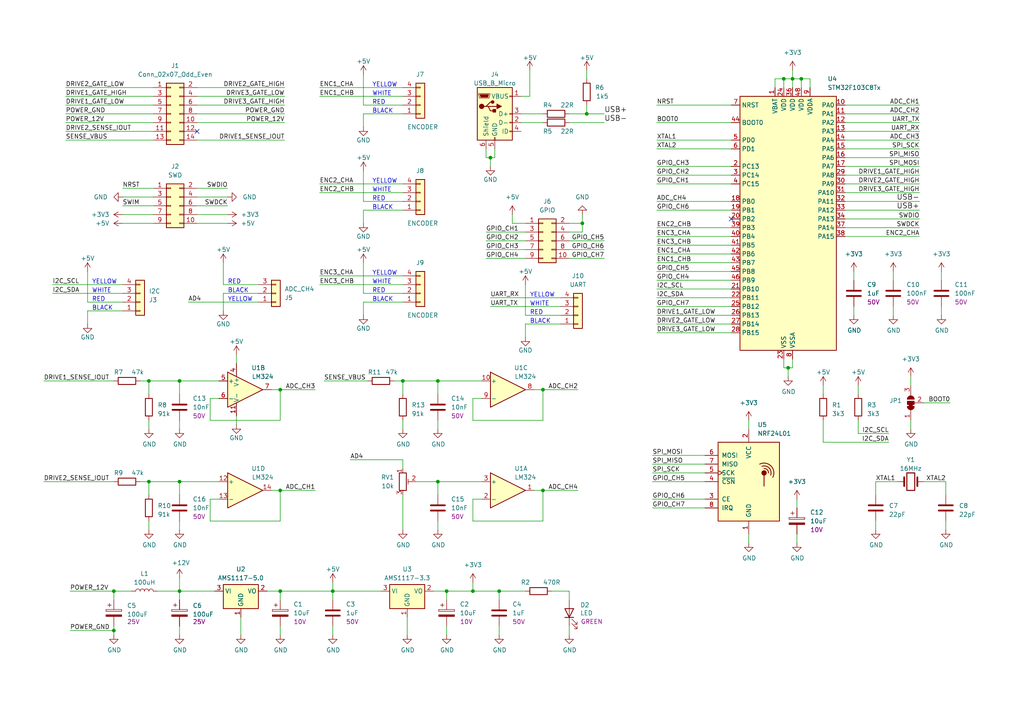
<source format=kicad_sch>
(kicad_sch (version 20230121) (generator eeschema)
  (paper "A4")
  (title_block (title "POWER BRAIN") (date "2023-11-17") (rev "REV1") (company "Instituto Tecnologico de Aeronautica (ITA)") (comment 1 "PROF. COLOMBO"))
  (junction (at 144.78 171.45))
  (junction (at 116.84 110.49))
  (junction (at 142.24 45.72))
  (junction (at 43.18 110.49))
  (junction (at 227.33 22.86))
  (junction (at 157.48 113.03))
  (junction (at 33.02 182.88))
  (junction (at 127 110.49))
  (junction (at 96.52 171.45))
  (junction (at 43.18 139.7))
  (junction (at 137.16 171.45))
  (junction (at 229.87 22.86))
  (junction (at 52.07 110.49))
  (junction (at 157.48 142.24))
  (junction (at 127 139.7))
  (junction (at 170.18 33.02))
  (junction (at 33.02 171.45))
  (junction (at 232.41 22.86))
  (junction (at 129.54 171.45))
  (junction (at 81.28 142.24))
  (junction (at 228.6 106.68))
  (junction (at 168.91 64.77))
  (junction (at 52.07 139.7))
  (junction (at 81.28 113.03))
  (junction (at 81.28 171.45))
  (junction (at 52.07 171.45))
  (no_connect (at 57.15 38.1))
  (no_connect (at 212.09 63.5))
  (wire (pts (xy 190.5 71.12) (xy 212.09 71.12)))
  (wire (pts (xy 57.15 33.02) (xy 82.55 33.02)))
  (wire (pts (xy 96.52 168.91) (xy 96.52 171.45)))
  (wire (pts (xy 168.91 67.31) (xy 168.91 64.77)))
  (wire (pts (xy 144.78 181.61) (xy 144.78 184.15)))
  (wire (pts (xy 92.71 82.55) (xy 116.84 82.55)))
  (wire (pts (xy 190.5 50.8) (xy 212.09 50.8)))
  (wire (pts (xy 101.6 133.35) (xy 116.84 133.35)))
  (wire (pts (xy 43.18 110.49) (xy 52.07 110.49)))
  (wire (pts (xy 77.47 171.45) (xy 81.28 171.45)))
  (wire (pts (xy 142.24 88.9) (xy 162.56 88.9)))
  (wire (pts (xy 33.02 182.88) (xy 33.02 184.15)))
  (wire (pts (xy 140.97 45.72) (xy 142.24 45.72)))
  (wire (pts (xy 190.5 35.56) (xy 212.09 35.56)))
  (wire (pts (xy 92.71 27.94) (xy 116.84 27.94)))
  (wire (pts (xy 140.97 72.39) (xy 152.4 72.39)))
  (wire (pts (xy 19.05 30.48) (xy 44.45 30.48)))
  (wire (pts (xy 116.84 30.48) (xy 105.41 30.48)))
  (wire (pts (xy 137.16 115.57) (xy 137.16 121.92)))
  (wire (pts (xy 190.5 48.26) (xy 212.09 48.26)))
  (wire (pts (xy 273.05 88.9) (xy 273.05 91.44)))
  (wire (pts (xy 245.11 38.1) (xy 266.7 38.1)))
  (wire (pts (xy 57.15 64.77) (xy 66.04 64.77)))
  (wire (pts (xy 190.5 93.98) (xy 212.09 93.98)))
  (wire (pts (xy 165.1 72.39) (xy 175.26 72.39)))
  (wire (pts (xy 157.48 142.24) (xy 167.64 142.24)))
  (wire (pts (xy 40.64 139.7) (xy 43.18 139.7)))
  (wire (pts (xy 229.87 22.86) (xy 229.87 20.32)))
  (wire (pts (xy 45.72 171.45) (xy 52.07 171.45)))
  (wire (pts (xy 81.28 151.13) (xy 81.28 142.24)))
  (wire (pts (xy 260.35 139.7) (xy 254 139.7)))
  (wire (pts (xy 190.5 53.34) (xy 212.09 53.34)))
  (wire (pts (xy 190.5 78.74) (xy 212.09 78.74)))
  (wire (pts (xy 35.56 54.61) (xy 44.45 54.61)))
  (wire (pts (xy 35.56 87.63) (xy 25.4 87.63)))
  (wire (pts (xy 19.05 27.94) (xy 44.45 27.94)))
  (wire (pts (xy 224.79 25.4) (xy 224.79 22.86)))
  (wire (pts (xy 190.5 96.52) (xy 212.09 96.52)))
  (wire (pts (xy 93.98 110.49) (xy 106.68 110.49)))
  (wire (pts (xy 245.11 63.5) (xy 266.7 63.5)))
  (wire (pts (xy 52.07 171.45) (xy 62.23 171.45)))
  (wire (pts (xy 116.84 58.42) (xy 105.41 58.42)))
  (wire (pts (xy 105.41 30.48) (xy 105.41 21.59)))
  (wire (pts (xy 190.5 83.82) (xy 212.09 83.82)))
  (wire (pts (xy 227.33 22.86) (xy 229.87 22.86)))
  (wire (pts (xy 74.93 82.55) (xy 64.77 82.55)))
  (wire (pts (xy 96.52 181.61) (xy 96.52 184.15)))
  (wire (pts (xy 142.24 48.26) (xy 142.24 45.72)))
  (wire (pts (xy 137.16 144.78) (xy 137.16 151.13)))
  (wire (pts (xy 60.96 144.78) (xy 60.96 151.13)))
  (wire (pts (xy 245.11 55.88) (xy 266.7 55.88)))
  (wire (pts (xy 105.41 87.63) (xy 105.41 91.44)))
  (wire (pts (xy 160.02 171.45) (xy 165.1 171.45)))
  (wire (pts (xy 165.1 33.02) (xy 170.18 33.02)))
  (wire (pts (xy 170.18 33.02) (xy 175.26 33.02)))
  (wire (pts (xy 238.76 128.27) (xy 238.76 121.92)))
  (wire (pts (xy 64.77 85.09) (xy 64.77 90.17)))
  (wire (pts (xy 228.6 106.68) (xy 228.6 109.22)))
  (wire (pts (xy 190.5 43.18) (xy 212.09 43.18)))
  (wire (pts (xy 96.52 171.45) (xy 110.49 171.45)))
  (wire (pts (xy 245.11 58.42) (xy 266.7 58.42)))
  (wire (pts (xy 157.48 113.03) (xy 167.64 113.03)))
  (wire (pts (xy 52.07 139.7) (xy 52.07 143.51)))
  (wire (pts (xy 264.16 109.22) (xy 264.16 111.76)))
  (wire (pts (xy 20.32 171.45) (xy 33.02 171.45)))
  (wire (pts (xy 217.17 121.92) (xy 217.17 124.46)))
  (wire (pts (xy 189.23 134.62) (xy 204.47 134.62)))
  (wire (pts (xy 44.45 40.64) (xy 19.05 40.64)))
  (wire (pts (xy 144.78 171.45) (xy 144.78 173.99)))
  (wire (pts (xy 143.51 45.72) (xy 143.51 43.18)))
  (wire (pts (xy 190.5 30.48) (xy 212.09 30.48)))
  (wire (pts (xy 157.48 151.13) (xy 157.48 142.24)))
  (wire (pts (xy 189.23 144.78) (xy 204.47 144.78)))
  (wire (pts (xy 33.02 171.45) (xy 33.02 173.99)))
  (wire (pts (xy 151.13 35.56) (xy 157.48 35.56)))
  (wire (pts (xy 245.11 60.96) (xy 266.7 60.96)))
  (wire (pts (xy 105.41 60.96) (xy 105.41 64.77)))
  (wire (pts (xy 57.15 62.23) (xy 66.04 62.23)))
  (wire (pts (xy 81.28 113.03) (xy 78.74 113.03)))
  (wire (pts (xy 152.4 93.98) (xy 162.56 93.98)))
  (wire (pts (xy 44.45 25.4) (xy 19.05 25.4)))
  (wire (pts (xy 105.41 33.02) (xy 105.41 36.83)))
  (wire (pts (xy 140.97 45.72) (xy 140.97 43.18)))
  (wire (pts (xy 127 151.13) (xy 127 153.67)))
  (wire (pts (xy 118.11 179.07) (xy 118.11 184.15)))
  (wire (pts (xy 137.16 168.91) (xy 137.16 171.45)))
  (wire (pts (xy 189.23 139.7) (xy 204.47 139.7)))
  (wire (pts (xy 96.52 171.45) (xy 96.52 173.99)))
  (wire (pts (xy 43.18 121.92) (xy 43.18 124.46)))
  (wire (pts (xy 52.07 151.13) (xy 52.07 153.67)))
  (wire (pts (xy 64.77 82.55) (xy 64.77 76.2)))
  (wire (pts (xy 254 151.13) (xy 254 153.67)))
  (wire (pts (xy 44.45 38.1) (xy 19.05 38.1)))
  (wire (pts (xy 81.28 181.61) (xy 81.28 184.15)))
  (wire (pts (xy 57.15 57.15) (xy 66.04 57.15)))
  (wire (pts (xy 234.95 25.4) (xy 234.95 22.86)))
  (wire (pts (xy 245.11 35.56) (xy 266.7 35.56)))
  (wire (pts (xy 264.16 121.92) (xy 264.16 124.46)))
  (wire (pts (xy 152.4 64.77) (xy 148.59 64.77)))
  (wire (pts (xy 40.64 110.49) (xy 43.18 110.49)))
  (wire (pts (xy 140.97 67.31) (xy 152.4 67.31)))
  (wire (pts (xy 127 139.7) (xy 127 143.51)))
  (wire (pts (xy 190.5 88.9) (xy 212.09 88.9)))
  (wire (pts (xy 105.41 33.02) (xy 116.84 33.02)))
  (wire (pts (xy 245.11 40.64) (xy 266.7 40.64)))
  (wire (pts (xy 170.18 20.32) (xy 170.18 22.86)))
  (wire (pts (xy 190.5 66.04) (xy 212.09 66.04)))
  (wire (pts (xy 43.18 151.13) (xy 43.18 153.67)))
  (wire (pts (xy 15.24 85.09) (xy 35.56 85.09)))
  (wire (pts (xy 116.84 110.49) (xy 127 110.49)))
  (wire (pts (xy 81.28 171.45) (xy 96.52 171.45)))
  (wire (pts (xy 140.97 69.85) (xy 152.4 69.85)))
  (wire (pts (xy 165.1 181.61) (xy 165.1 184.15)))
  (wire (pts (xy 231.14 144.78) (xy 231.14 147.32)))
  (wire (pts (xy 125.73 171.45) (xy 129.54 171.45)))
  (wire (pts (xy 152.4 93.98) (xy 152.4 97.79)))
  (wire (pts (xy 228.6 106.68) (xy 229.87 106.68)))
  (wire (pts (xy 57.15 59.69) (xy 66.04 59.69)))
  (wire (pts (xy 116.84 121.92) (xy 116.84 124.46)))
  (wire (pts (xy 116.84 143.51) (xy 116.84 153.67)))
  (wire (pts (xy 92.71 55.88) (xy 116.84 55.88)))
  (wire (pts (xy 44.45 33.02) (xy 19.05 33.02)))
  (wire (pts (xy 165.1 69.85) (xy 175.26 69.85)))
  (wire (pts (xy 142.24 86.36) (xy 162.56 86.36)))
  (wire (pts (xy 68.58 102.87) (xy 68.58 105.41)))
  (wire (pts (xy 81.28 142.24) (xy 78.74 142.24)))
  (wire (pts (xy 127 110.49) (xy 139.7 110.49)))
  (wire (pts (xy 189.23 147.32) (xy 204.47 147.32)))
  (wire (pts (xy 267.97 116.84) (xy 275.59 116.84)))
  (wire (pts (xy 82.55 30.48) (xy 57.15 30.48)))
  (wire (pts (xy 52.07 121.92) (xy 52.07 124.46)))
  (wire (pts (xy 60.96 121.92) (xy 81.28 121.92)))
  (wire (pts (xy 245.11 50.8) (xy 266.7 50.8)))
  (wire (pts (xy 25.4 87.63) (xy 25.4 78.74)))
  (wire (pts (xy 229.87 22.86) (xy 229.87 25.4)))
  (wire (pts (xy 232.41 22.86) (xy 232.41 25.4)))
  (wire (pts (xy 43.18 139.7) (xy 52.07 139.7)))
  (wire (pts (xy 157.48 121.92) (xy 157.48 113.03)))
  (wire (pts (xy 52.07 110.49) (xy 63.5 110.49)))
  (wire (pts (xy 190.5 73.66) (xy 212.09 73.66)))
  (wire (pts (xy 190.5 60.96) (xy 212.09 60.96)))
  (wire (pts (xy 274.32 151.13) (xy 274.32 153.67)))
  (wire (pts (xy 190.5 91.44) (xy 212.09 91.44)))
  (wire (pts (xy 162.56 91.44) (xy 152.4 91.44)))
  (wire (pts (xy 20.32 182.88) (xy 33.02 182.88)))
  (wire (pts (xy 25.4 90.17) (xy 25.4 93.98)))
  (wire (pts (xy 105.41 60.96) (xy 116.84 60.96)))
  (wire (pts (xy 259.08 88.9) (xy 259.08 91.44)))
  (wire (pts (xy 116.84 85.09) (xy 105.41 85.09)))
  (wire (pts (xy 248.92 125.73) (xy 248.92 121.92)))
  (wire (pts (xy 43.18 114.3) (xy 43.18 110.49)))
  (wire (pts (xy 189.23 137.16) (xy 204.47 137.16)))
  (wire (pts (xy 157.48 113.03) (xy 154.94 113.03)))
  (wire (pts (xy 170.18 30.48) (xy 170.18 33.02)))
  (wire (pts (xy 52.07 181.61) (xy 52.07 184.15)))
  (wire (pts (xy 224.79 22.86) (xy 227.33 22.86)))
  (wire (pts (xy 245.11 48.26) (xy 266.7 48.26)))
  (wire (pts (xy 231.14 154.94) (xy 231.14 157.48)))
  (wire (pts (xy 81.28 121.92) (xy 81.28 113.03)))
  (wire (pts (xy 189.23 132.08) (xy 204.47 132.08)))
  (wire (pts (xy 190.5 68.58) (xy 212.09 68.58)))
  (wire (pts (xy 12.7 139.7) (xy 33.02 139.7)))
  (wire (pts (xy 245.11 43.18) (xy 266.7 43.18)))
  (wire (pts (xy 57.15 40.64) (xy 82.55 40.64)))
  (wire (pts (xy 64.77 85.09) (xy 74.93 85.09)))
  (wire (pts (xy 92.71 25.4) (xy 116.84 25.4)))
  (wire (pts (xy 232.41 22.86) (xy 229.87 22.86)))
  (wire (pts (xy 227.33 104.14) (xy 227.33 106.68)))
  (wire (pts (xy 92.71 53.34) (xy 116.84 53.34)))
  (wire (pts (xy 105.41 58.42) (xy 105.41 49.53)))
  (wire (pts (xy 33.02 181.61) (xy 33.02 182.88)))
  (wire (pts (xy 165.1 64.77) (xy 168.91 64.77)))
  (wire (pts (xy 247.65 78.74) (xy 247.65 81.28)))
  (wire (pts (xy 234.95 22.86) (xy 232.41 22.86)))
  (wire (pts (xy 57.15 25.4) (xy 82.55 25.4)))
  (wire (pts (xy 245.11 68.58) (xy 266.7 68.58)))
  (wire (pts (xy 127 121.92) (xy 127 124.46)))
  (wire (pts (xy 116.84 133.35) (xy 116.84 135.89)))
  (wire (pts (xy 127 110.49) (xy 127 114.3)))
  (wire (pts (xy 63.5 144.78) (xy 60.96 144.78)))
  (wire (pts (xy 52.07 171.45) (xy 52.07 173.99)))
  (wire (pts (xy 137.16 121.92) (xy 157.48 121.92)))
  (wire (pts (xy 57.15 54.61) (xy 66.04 54.61)))
  (wire (pts (xy 227.33 22.86) (xy 227.33 25.4)))
  (wire (pts (xy 273.05 78.74) (xy 273.05 81.28)))
  (wire (pts (xy 92.71 80.01) (xy 116.84 80.01)))
  (wire (pts (xy 44.45 35.56) (xy 19.05 35.56)))
  (wire (pts (xy 247.65 88.9) (xy 247.65 91.44)))
  (wire (pts (xy 190.5 86.36) (xy 212.09 86.36)))
  (wire (pts (xy 139.7 115.57) (xy 137.16 115.57)))
  (wire (pts (xy 140.97 74.93) (xy 152.4 74.93)))
  (wire (pts (xy 190.5 76.2) (xy 212.09 76.2)))
  (wire (pts (xy 33.02 171.45) (xy 38.1 171.45)))
  (wire (pts (xy 168.91 64.77) (xy 168.91 62.23)))
  (wire (pts (xy 127 139.7) (xy 139.7 139.7)))
  (wire (pts (xy 227.33 106.68) (xy 228.6 106.68)))
  (wire (pts (xy 259.08 78.74) (xy 259.08 81.28)))
  (wire (pts (xy 153.67 20.32) (xy 153.67 27.94)))
  (wire (pts (xy 25.4 90.17) (xy 35.56 90.17)))
  (wire (pts (xy 105.41 87.63) (xy 116.84 87.63)))
  (wire (pts (xy 248.92 125.73) (xy 257.81 125.73)))
  (wire (pts (xy 254 139.7) (xy 254 143.51)))
  (wire (pts (xy 120.65 139.7) (xy 127 139.7)))
  (wire (pts (xy 175.26 35.56) (xy 165.1 35.56)))
  (wire (pts (xy 142.24 45.72) (xy 143.51 45.72)))
  (wire (pts (xy 238.76 111.76) (xy 238.76 114.3)))
  (wire (pts (xy 153.67 27.94) (xy 151.13 27.94)))
  (wire (pts (xy 190.5 40.64) (xy 212.09 40.64)))
  (wire (pts (xy 114.3 110.49) (xy 116.84 110.49)))
  (wire (pts (xy 63.5 115.57) (xy 60.96 115.57)))
  (wire (pts (xy 139.7 144.78) (xy 137.16 144.78)))
  (wire (pts (xy 137.16 171.45) (xy 144.78 171.45)))
  (wire (pts (xy 217.17 154.94) (xy 217.17 157.48)))
  (wire (pts (xy 35.56 57.15) (xy 44.45 57.15)))
  (wire (pts (xy 129.54 181.61) (xy 129.54 184.15)))
  (wire (pts (xy 35.56 64.77) (xy 44.45 64.77)))
  (wire (pts (xy 152.4 91.44) (xy 152.4 82.55)))
  (wire (pts (xy 245.11 66.04) (xy 266.7 66.04)))
  (wire (pts (xy 165.1 171.45) (xy 165.1 173.99)))
  (wire (pts (xy 81.28 113.03) (xy 91.44 113.03)))
  (wire (pts (xy 52.07 139.7) (xy 63.5 139.7)))
  (wire (pts (xy 57.15 35.56) (xy 82.55 35.56)))
  (wire (pts (xy 137.16 151.13) (xy 157.48 151.13)))
  (wire (pts (xy 52.07 167.64) (xy 52.07 171.45)))
  (wire (pts (xy 60.96 151.13) (xy 81.28 151.13)))
  (wire (pts (xy 229.87 106.68) (xy 229.87 104.14)))
  (wire (pts (xy 35.56 59.69) (xy 44.45 59.69)))
  (wire (pts (xy 12.7 110.49) (xy 33.02 110.49)))
  (wire (pts (xy 144.78 171.45) (xy 152.4 171.45)))
  (wire (pts (xy 116.84 114.3) (xy 116.84 110.49)))
  (wire (pts (xy 245.11 45.72) (xy 266.7 45.72)))
  (wire (pts (xy 82.55 27.94) (xy 57.15 27.94)))
  (wire (pts (xy 148.59 64.77) (xy 148.59 62.23)))
  (wire (pts (xy 165.1 67.31) (xy 168.91 67.31)))
  (wire (pts (xy 35.56 62.23) (xy 44.45 62.23)))
  (wire (pts (xy 238.76 128.27) (xy 257.81 128.27)))
  (wire (pts (xy 105.41 85.09) (xy 105.41 76.2)))
  (wire (pts (xy 190.5 58.42) (xy 212.09 58.42)))
  (wire (pts (xy 54.61 87.63) (xy 74.93 87.63)))
  (wire (pts (xy 245.11 30.48) (xy 266.7 30.48)))
  (wire (pts (xy 60.96 115.57) (xy 60.96 121.92)))
  (wire (pts (xy 274.32 139.7) (xy 274.32 143.51)))
  (wire (pts (xy 157.48 142.24) (xy 154.94 142.24)))
  (wire (pts (xy 43.18 143.51) (xy 43.18 139.7)))
  (wire (pts (xy 129.54 171.45) (xy 129.54 173.99)))
  (wire (pts (xy 52.07 110.49) (xy 52.07 114.3)))
  (wire (pts (xy 129.54 171.45) (xy 137.16 171.45)))
  (wire (pts (xy 248.92 111.76) (xy 248.92 114.3)))
  (wire (pts (xy 15.24 82.55) (xy 35.56 82.55)))
  (wire (pts (xy 81.28 171.45) (xy 81.28 173.99)))
  (wire (pts (xy 157.48 33.02) (xy 151.13 33.02)))
  (wire (pts (xy 68.58 120.65) (xy 68.58 123.19)))
  (wire (pts (xy 267.97 139.7) (xy 274.32 139.7)))
  (wire (pts (xy 245.11 33.02) (xy 266.7 33.02)))
  (wire (pts (xy 245.11 53.34) (xy 266.7 53.34)))
  (wire (pts (xy 81.28 142.24) (xy 91.44 142.24)))
  (wire (pts (xy 69.85 179.07) (xy 69.85 184.15)))
  (wire (pts (xy 190.5 81.28) (xy 212.09 81.28)))
  (wire (pts (xy 165.1 74.93) (xy 175.26 74.93)))
  (text "WHITE" (at 153.67 88.9 0) (effects (font (size 1.27 1.27)) (justify left bottom)))
  (text "YELLOW" (at 107.95 53.34 0) (effects (font (size 1.27 1.27)) (justify left bottom)))
  (text "RED" (at 107.95 58.42 0) (effects (font (size 1.27 1.27)) (justify left bottom)))
  (text "RED" (at 107.95 85.09 0) (effects (font (size 1.27 1.27)) (justify left bottom)))
  (text "YELLOW" (at 153.67 86.36 0) (effects (font (size 1.27 1.27)) (justify left bottom)))
  (text "YELLOW" (at 107.95 25.4 0) (effects (font (size 1.27 1.27)) (justify left bottom)))
  (text "YELLOW" (at 107.95 80.01 0) (effects (font (size 1.27 1.27)) (justify left bottom)))
  (text "RED" (at 26.67 87.63 0) (effects (font (size 1.27 1.27)) (justify left bottom)))
  (text "BLACK" (at 66.04 85.09 0) (effects (font (size 1.27 1.27)) (justify left bottom)))
  (text "WHITE" (at 107.95 82.55 0) (effects (font (size 1.27 1.27)) (justify left bottom)))
  (text "BLACK" (at 107.95 87.63 0) (effects (font (size 1.27 1.27)) (justify left bottom)))
  (text "YELLOW" (at 26.67 82.55 0) (effects (font (size 1.27 1.27)) (justify left bottom)))
  (text "RED" (at 66.04 82.55 0) (effects (font (size 1.27 1.27)) (justify left bottom)))
  (text "BLACK" (at 107.95 60.96 0) (effects (font (size 1.27 1.27)) (justify left bottom)))
  (text "WHITE" (at 107.95 55.88 0) (effects (font (size 1.27 1.27)) (justify left bottom)))
  (text "RED" (at 153.67 91.44 0) (effects (font (size 1.27 1.27)) (justify left bottom)))
  (text "RED" (at 107.95 30.48 0) (effects (font (size 1.27 1.27)) (justify left bottom)))
  (text "WHITE" (at 107.95 27.94 0) (effects (font (size 1.27 1.27)) (justify left bottom)))
  (text "YELLOW" (at 66.04 87.63 0) (effects (font (size 1.27 1.27)) (justify left bottom)))
  (text "WHITE" (at 26.67 85.09 0) (effects (font (size 1.27 1.27)) (justify left bottom)))
  (text "BLACK" (at 153.67 93.98 0) (effects (font (size 1.27 1.27)) (justify left bottom)))
  (text "BLACK" (at 107.95 33.02 0) (effects (font (size 1.27 1.27)) (justify left bottom)))
  (text "BLACK" (at 26.67 90.17 0) (effects (font (size 1.27 1.27)) (justify left bottom)))
  (label "DRIVE3_GATE_HIGH" (at 266.7 55.88 180))
  (label "GPIO_CH5" (at 189.23 139.7 0))
  (label "ADC_CH4" (at 167.64 142.24 180))
  (label "GPIO_CH3" (at 140.97 72.39 0))
  (label "POWER_12V" (at 19.05 35.56 0))
  (label "GPIO_CH7" (at 189.23 147.32 0))
  (label "ENC3_CHA" (at 92.71 80.01 0))
  (label "GPIO_CH5" (at 190.5 78.74 0))
  (label "XTAL1" (at 254 139.7 0))
  (label "GPIO_CH7" (at 190.5 88.9 0))
  (label "I2C_SDA" (at 257.81 128.27 180))
  (label "ADC_CH3" (at 266.7 40.64 180))
  (label "SWDCK" (at 66.04 59.69 180))
  (label "ADC_CH2" (at 167.64 113.03 180))
  (label "SWDCK" (at 266.7 66.04 180))
  (label "ADC_CH3" (at 91.44 113.03 180))
  (label "DRIVE1_GATE_HIGH" (at 266.7 50.8 180))
  (label "ADC_CH4" (at 190.5 58.42 0))
  (label "ENC1_CHB" (at 190.5 76.2 0))
  (label "POWER_GND" (at 19.05 33.02 0))
  (label "GPIO_CH1" (at 140.97 67.31 0))
  (label "SENSE_VBUS" (at 19.05 40.64 0))
  (label "POWER_GND" (at 82.55 33.02 180))
  (label "XTAL2" (at 190.5 43.18 0))
  (label "SPI_SCK" (at 266.7 43.18 180))
  (label "DRIVE2_GATE_HIGH" (at 266.7 53.34 180))
  (label "XTAL1" (at 190.5 40.64 0))
  (label "SPI_MISO" (at 189.23 134.62 0))
  (label "ENC1_CHA" (at 92.71 25.4 0))
  (label "I2C_SDA" (at 15.24 85.09 0))
  (label "DRIVE3_GATE_HIGH" (at 82.55 30.48 180))
  (label "SPI_MOSI" (at 266.7 48.26 180))
  (label "SWDIO" (at 66.04 54.61 180))
  (label "UART_TX" (at 142.24 88.9 0))
  (label "NRST" (at 190.5 30.48 0))
  (label "I2C_SDA" (at 190.5 86.36 0))
  (label "USB+" (at 266.7 60.96 180) (effects (font (size 1.524 1.524))))
  (label "XTAL2" (at 274.32 139.7 180))
  (label "GPIO_CH6" (at 189.23 144.78 0))
  (label "GPIO_CH5" (at 175.26 69.85 180))
  (label "USB+" (at 175.26 33.02 0) (effects (font (size 1.524 1.524))))
  (label "ENC2_CHB" (at 92.71 55.88 0))
  (label "I2C_SCL" (at 257.81 125.73 180))
  (label "DRIVE2_GATE_LOW" (at 190.5 93.98 0))
  (label "GPIO_CH2" (at 190.5 50.8 0))
  (label "ENC3_CHA" (at 190.5 68.58 0))
  (label "DRIVE1_SENSE_IOUT" (at 12.7 110.49 0))
  (label "DRIVE3_GATE_LOW" (at 190.5 96.52 0))
  (label "GPIO_CH3" (at 190.5 48.26 0))
  (label "ADC_CH1" (at 266.7 30.48 180))
  (label "GPIO_CH1" (at 190.5 53.34 0))
  (label "GPIO_CH4" (at 140.97 74.93 0))
  (label "GPIO_CH2" (at 140.97 69.85 0))
  (label "POWER_12V" (at 82.55 35.56 180))
  (label "GPIO_CH4" (at 190.5 81.28 0))
  (label "ENC1_CHA" (at 190.5 73.66 0))
  (label "ENC1_CHB" (at 92.71 27.94 0))
  (label "I2C_SCL" (at 15.24 82.55 0))
  (label "SPI_MOSI" (at 189.23 132.08 0))
  (label "ADC_CH1" (at 91.44 142.24 180))
  (label "ENC2_CHA" (at 92.71 53.34 0))
  (label "DRIVE2_SENSE_IOUT" (at 12.7 139.7 0))
  (label "POWER_GND" (at 20.32 182.88 0))
  (label "UART_RX" (at 142.24 86.36 0))
  (label "BOOT0" (at 275.59 116.84 180))
  (label "ENC2_CHA" (at 266.7 68.58 180))
  (label "DRIVE1_SENSE_IOUT" (at 82.55 40.64 180))
  (label "I2C_SCL" (at 190.5 83.82 0))
  (label "SPI_SCK" (at 189.23 137.16 0))
  (label "BOOT0" (at 190.5 35.56 0))
  (label "AD4" (at 101.6 133.35 0))
  (label "ENC3_CHB" (at 190.5 71.12 0))
  (label "DRIVE2_GATE_HIGH" (at 82.55 25.4 180))
  (label "NRST" (at 35.56 54.61 0))
  (label "UART_RX" (at 266.7 38.1 180))
  (label "DRIVE1_GATE_HIGH" (at 19.05 27.94 0))
  (label "DRIVE2_SENSE_IOUT" (at 19.05 38.1 0))
  (label "DRIVE1_GATE_LOW" (at 190.5 91.44 0))
  (label "DRIVE2_GATE_LOW" (at 19.05 25.4 0))
  (label "ENC2_CHB" (at 190.5 66.04 0))
  (label "ENC3_CHB" (at 92.71 82.55 0))
  (label "SWDIO" (at 266.7 63.5 180))
  (label "DRIVE1_GATE_LOW" (at 19.05 30.48 0))
  (label "SWIM" (at 35.56 59.69 0))
  (label "USB-" (at 266.7 58.42 180) (effects (font (size 1.524 1.524))))
  (label "SENSE_VBUS" (at 93.98 110.49 0))
  (label "POWER_12V" (at 20.32 171.45 0))
  (label "SPI_MISO" (at 266.7 45.72 180))
  (label "USB-" (at 175.26 35.56 0) (effects (font (size 1.524 1.524))))
  (label "GPIO_CH7" (at 175.26 74.93 180))
  (label "GPIO_CH6" (at 190.5 60.96 0))
  (label "UART_TX" (at 266.7 35.56 180))
  (label "DRIVE3_GATE_LOW" (at 82.55 27.94 180))
  (label "GPIO_CH6" (at 175.26 72.39 180))
  (label "AD4" (at 54.61 87.63 0))
  (label "ADC_CH2" (at 266.7 33.02 180))
  (symbol (lib_id "power:GND") (at 43.18 124.46 0) (unit 1)
    (property "Reference" "#PWR054" (effects hide))
    (property "Value" "GND" (at 43.307 128.8542 0))
  )
  (symbol (lib_id "Connector_Generic:Conn_01x04") (at 121.92 85.09 0) (mirror x) (unit 1)
    (property "Reference" "J9" (at 120.65 76.2 0) (effects (justify left)))
    (property "Value" "ENCODER" (at 118.11 91.44 0) (effects (justify left)))
    (property "Footprint" "Connector_JST:JST_XH_B4B-XH-A_1x04_P2.50mm_Vertical" (effects hide))
  )
  (symbol (lib_id "Connector_Generic:Conn_01x04") (at 121.92 30.48 0) (mirror x) (unit 1)
    (property "Reference" "J7" (at 120.65 21.59 0) (effects (justify left)))
    (property "Value" "ENCODER" (at 118.11 36.83 0) (effects (justify left)))
    (property "Footprint" "Connector_JST:JST_XH_B4B-XH-A_1x04_P2.50mm_Vertical" (effects hide))
  )
  (symbol (lib_id "RF:NRF24L01_Breakout") (at 217.17 139.7 0) (unit 1)
    (property "Reference" "U5" (at 219.71 123.19 0) (effects (justify left)))
    (property "Value" "NRF24L01" (at 219.71 125.73 0) (effects (justify left)))
    (property "Footprint" "RF_Module:nRF24L01_Breakout" (effects hide))
    (property "Datasheet" "http://www.nordicsemi.com/eng/content/download/2730/34105/file/nRF24L01_Product_Specification_v2_0.pdf" (effects hide))
  )
  (symbol (lib_id "nrfUsb-rescue:R") (at 110.49 110.49 270) (unit 1)
    (property "Reference" "R11" (at 106.68 107.95 90) (effects (justify left)))
    (property "Value" "47k" (at 111.76 107.95 90) (effects (justify left)))
    (property "Footprint" "Resistor_SMD:R_0805_2012Metric" (effects hide))
  )
  (symbol (lib_id "power:GND") (at 168.91 62.23 180) (unit 1)
    (property "Reference" "#PWR043" (effects hide))
    (property "Value" "GND" (at 168.91 57.15 0))
  )
  (symbol (lib_id "nrfUsb-rescue:R") (at 36.83 110.49 270) (unit 1)
    (property "Reference" "R7" (at 33.02 107.95 90) (effects (justify left)))
    (property "Value" "47k" (at 38.1 107.95 90) (effects (justify left)))
    (property "Footprint" "Resistor_SMD:R_0805_2012Metric" (effects hide))
  )
  (symbol (lib_id "power:GND") (at 35.56 57.15 270) (unit 1)
    (property "Reference" "#PWR019" (effects hide))
    (property "Value" "GND" (at 29.21 57.15 90))
  )
  (symbol (lib_id "power:GND") (at 96.52 184.15 0) (unit 1)
    (property "Reference" "#PWR09" (effects hide))
    (property "Value" "GND" (at 96.647 188.5442 0))
  )
  (symbol (lib_id "Device:C") (at 273.05 85.09 0) (unit 1)
    (property "Reference" "C11" (at 276.86 82.55 0) (effects (justify left)))
    (property "Value" "100nF" (at 276.86 85.09 0) (effects (justify left)))
    (property "Footprint" "Capacitor_SMD:C_1206_3216Metric" (effects hide))
    (property "Voltage" "50V" (at 276.86 87.63 0) (effects (justify left)))
  )
  (symbol (lib_id "power:+12V") (at 52.07 167.64 0) (unit 1)
    (property "Reference" "#PWR015" (effects hide))
    (property "Value" "+12V" (at 52.451 163.2458 0))
  )
  (symbol (lib_id "Device:R_Potentiometer_Trim") (at 116.84 139.7 0) (unit 1)
    (property "Reference" "RV1" (at 114.3 138.43 0) (effects (justify right)))
    (property "Value" "10k" (at 114.3 140.97 0) (effects (justify right)))
    (property "Footprint" "Potentiometer_THT:Potentiometer_Bourns_3296W_Vertical" (effects hide))
  )
  (symbol (lib_id "Amplifier_Operational:LM324") (at 147.32 142.24 0) (unit 1)
    (property "Reference" "U1" (at 151.13 135.89 0))
    (property "Value" "LM324" (at 152.4 138.43 0))
    (property "Footprint" "Package_SO:TSSOP-14_4.4x5mm_P0.65mm" (effects hide))
    (property "Datasheet" "http://www.ti.com/lit/ds/symlink/lm2902-n.pdf" (effects hide))
  )
  (symbol (lib_id "power:GND") (at 129.54 184.15 0) (unit 1)
    (property "Reference" "#PWR06" (effects hide))
    (property "Value" "GND" (at 129.667 188.5442 0))
  )
  (symbol (lib_id "Device:R") (at 238.76 118.11 0) (unit 1)
    (property "Reference" "R1" (at 241.3 117.475 0) (effects (justify left)))
    (property "Value" "3k3" (at 241.3 120.015 0) (effects (justify left)))
    (property "Footprint" "Resistor_SMD:R_0805_2012Metric" (effects hide))
  )
  (symbol (lib_id "power:+3V3") (at 247.65 78.74 0) (unit 1)
    (property "Reference" "#PWR031" (effects hide))
    (property "Value" "+3V3" (at 247.65 73.66 0))
  )
  (symbol (lib_id "power:+5V") (at 105.41 76.2 0) (mirror y) (unit 1)
    (property "Reference" "#PWR052" (effects hide))
    (property "Value" "+5V" (at 105.41 72.39 0))
  )
  (symbol (lib_id "nrfUsb-rescue:GND") (at 25.4 93.98 0) (unit 1)
    (property "Reference" "#PWR039" (effects hide))
    (property "Value" "GND" (at 25.4 97.79 0))
  )
  (symbol (lib_id "power:+5V") (at 35.56 64.77 90) (unit 1)
    (property "Reference" "#PWR021" (effects hide))
    (property "Value" "+5V" (at 31.75 64.77 90) (effects (justify left)))
  )
  (symbol (lib_id "nrfUsb-rescue:GND") (at 68.58 123.19 0) (mirror y) (unit 1)
    (property "Reference" "#PWR059" (effects hide))
    (property "Value" "GND" (at 68.58 127 0))
  )
  (symbol (lib_id "Device:R") (at 116.84 118.11 0) (unit 1)
    (property "Reference" "R13" (at 119.38 117.475 0) (effects (justify left)))
    (property "Value" "91k" (at 119.38 120.015 0) (effects (justify left)))
    (property "Footprint" "Resistor_SMD:R_0805_2012Metric" (effects hide))
  )
  (symbol (lib_id "Device:C_Polarized") (at 81.28 177.8 0) (unit 1)
    (property "Reference" "C1" (at 85.09 175.26 0) (effects (justify left)))
    (property "Value" "10uF" (at 85.09 177.8 0) (effects (justify left)))
    (property "Footprint" "Capacitor_Tantalum_SMD:CP_EIA-3216-18_Kemet-A" (effects hide))
    (property "Voltage" "10V" (at 86.995 180.34 0))
  )
  (symbol (lib_id "power:GND") (at 247.65 91.44 0) (unit 1)
    (property "Reference" "#PWR032" (effects hide))
    (property "Value" "GND" (at 247.777 95.8342 0))
  )
  (symbol (lib_id "Device:C") (at 52.07 147.32 0) (unit 1)
    (property "Reference" "C16" (at 55.88 144.78 0) (effects (justify left)))
    (property "Value" "10nF" (at 55.88 147.32 0) (effects (justify left)))
    (property "Footprint" "Capacitor_SMD:C_1206_3216Metric_Pad1.33x1.80mm_HandSolder" (effects hide))
    (property "Voltage" "50V" (at 55.88 149.86 0) (effects (justify left)))
  )
  (symbol (lib_id "power:+5V") (at 96.52 168.91 0) (unit 1)
    (property "Reference" "#PWR07" (effects hide))
    (property "Value" "+5V" (at 96.52 165.1 0))
  )
  (symbol (lib_id "power:GND") (at 127 124.46 0) (unit 1)
    (property "Reference" "#PWR061" (effects hide))
    (property "Value" "GND" (at 127.127 128.8542 0))
  )
  (symbol (lib_id "power:GND") (at 264.16 124.46 0) (unit 1)
    (property "Reference" "#PWR025" (effects hide))
    (property "Value" "GND" (at 264.287 128.8542 0))
  )
  (symbol (lib_id "power:GND") (at 43.18 153.67 0) (unit 1)
    (property "Reference" "#PWR055" (effects hide))
    (property "Value" "GND" (at 43.307 158.0642 0))
  )
  (symbol (lib_id "power:+5V") (at 64.77 76.2 0) (mirror y) (unit 1)
    (property "Reference" "#PWR041" (effects hide))
    (property "Value" "+5V" (at 64.77 72.39 0))
  )
  (symbol (lib_id "Connector:USB_B_Micro") (at 143.51 33.02 0) (unit 1)
    (property "Reference" "J4" (at 143.51 21.59 0))
    (property "Value" "USB_B_Micro" (at 143.51 24.13 0))
    (property "Footprint" "Connector_USB:USB_Micro-B_Amphenol_10118194_Horizontal" (effects hide))
  )
  (symbol (lib_id "power:GND") (at 231.14 157.48 0) (unit 1)
    (property "Reference" "#PWR046" (effects hide))
    (property "Value" "GND" (at 231.267 161.8742 0))
  )
  (symbol (lib_id "Regulator_Linear:AMS1117-3.3") (at 118.11 171.45 0) (unit 1)
    (property "Reference" "U3" (at 118.11 165.1 0))
    (property "Value" "AMS1117-3.3" (at 118.11 167.64 0))
    (property "Footprint" "Package_TO_SOT_SMD:SOT-223-3_TabPin2" (effects hide))
    (property "Datasheet" "http://www.advanced-monolithic.com/pdf/ds1117.pdf" (effects hide))
  )
  (symbol (lib_id "nrfUsb-rescue:GND") (at 105.41 36.83 0) (unit 1)
    (property "Reference" "#PWR049" (effects hide))
    (property "Value" "GND" (at 105.41 40.64 0))
  )
  (symbol (lib_id "power:+5V") (at 68.58 102.87 0) (mirror y) (unit 1)
    (property "Reference" "#PWR058" (effects hide))
    (property "Value" "+5V" (at 68.58 99.06 0))
  )
  (symbol (lib_id "Device:C") (at 127 118.11 0) (unit 1)
    (property "Reference" "C14" (at 130.81 115.57 0) (effects (justify left)))
    (property "Value" "10nF" (at 130.81 118.11 0) (effects (justify left)))
    (property "Footprint" "Capacitor_SMD:C_1206_3216Metric_Pad1.33x1.80mm_HandSolder" (effects hide))
    (property "Voltage" "50V" (at 130.81 120.65 0) (effects (justify left)))
  )
  (symbol (lib_id "power:GND") (at 259.08 91.44 0) (unit 1)
    (property "Reference" "#PWR034" (effects hide))
    (property "Value" "GND" (at 259.207 95.8342 0))
  )
  (symbol (lib_id "power:+3V3") (at 66.04 62.23 270) (unit 1)
    (property "Reference" "#PWR022" (effects hide))
    (property "Value" "+3V3" (at 69.85 62.23 90) (effects (justify left)))
  )
  (symbol (lib_id "nrfUsb-rescue:GND") (at 142.24 48.26 0) (unit 1)
    (property "Reference" "#PWR024" (effects hide))
    (property "Value" "GND" (at 142.24 52.07 0))
  )
  (symbol (lib_id "power:+5V") (at 248.92 111.76 0) (mirror y) (unit 1)
    (property "Reference" "#PWR030" (effects hide))
    (property "Value" "+5V" (at 248.92 107.95 0))
  )
  (symbol (lib_id "power:+3V3") (at 229.87 20.32 0) (unit 1)
    (property "Reference" "#PWR016" (effects hide))
    (property "Value" "+3V3" (at 229.87 15.24 0))
  )
  (symbol (lib_id "power:+5V") (at 238.76 111.76 0) (mirror y) (unit 1)
    (property "Reference" "#PWR028" (effects hide))
    (property "Value" "+5V" (at 238.76 107.95 0))
  )
  (symbol (lib_id "power:GND") (at 217.17 157.48 0) (unit 1)
    (property "Reference" "#PWR045" (effects hide))
    (property "Value" "GND" (at 217.297 161.8742 0))
  )
  (symbol (lib_id "Regulator_Linear:AMS1117-5.0") (at 69.85 171.45 0) (unit 1)
    (property "Reference" "U2" (at 69.85 165.1 0))
    (property "Value" "AMS1117-5.0" (at 69.85 167.64 0))
    (property "Footprint" "Package_TO_SOT_SMD:SOT-223-3_TabPin2" (effects hide))
    (property "Datasheet" "http://www.advanced-monolithic.com/pdf/ds1117.pdf" (effects hide))
  )
  (symbol (lib_id "power:+3V3") (at 259.08 78.74 0) (unit 1)
    (property "Reference" "#PWR02" (effects hide))
    (property "Value" "+3V3" (at 259.08 73.66 0))
  )
  (symbol (lib_id "Device:R") (at 43.18 118.11 0) (unit 1)
    (property "Reference" "R8" (at 45.72 117.475 0) (effects (justify left)))
    (property "Value" "91k" (at 45.72 120.015 0) (effects (justify left)))
    (property "Footprint" "Resistor_SMD:R_0805_2012Metric" (effects hide))
  )
  (symbol (lib_id "Connector_Generic:Conn_02x07_Odd_Even") (at 49.53 33.02 0) (unit 1)
    (property "Reference" "J1" (at 50.8 19.05 0))
    (property "Value" "Conn_02x07_Odd_Even" (at 50.8 21.59 0))
    (property "Footprint" "Connector_IDC:IDC-Header_2x07_P2.54mm_Vertical" (effects hide))
  )
  (symbol (lib_id "nrfUsb-rescue:GND") (at 105.41 64.77 0) (unit 1)
    (property "Reference" "#PWR051" (effects hide))
    (property "Value" "GND" (at 105.41 68.58 0))
  )
  (symbol (lib_id "nrfUsb-rescue:R") (at 36.83 139.7 270) (unit 1)
    (property "Reference" "R9" (at 33.02 137.16 90) (effects (justify left)))
    (property "Value" "47k" (at 38.1 137.16 90) (effects (justify left)))
    (property "Footprint" "Resistor_SMD:R_0805_2012Metric" (effects hide))
  )
  (symbol (lib_id "power:GND") (at 116.84 124.46 0) (unit 1)
    (property "Reference" "#PWR056" (effects hide))
    (property "Value" "GND" (at 116.967 128.8542 0))
  )
  (symbol (lib_id "Device:C") (at 274.32 147.32 0) (unit 1)
    (property "Reference" "C8" (at 278.13 146.685 0) (effects (justify left)))
    (property "Value" "22pF" (at 278.13 149.225 0) (effects (justify left)))
    (property "Footprint" "Capacitor_SMD:C_1206_3216Metric" (effects hide))
  )
  (symbol (lib_id "Device:C") (at 259.08 85.09 0) (unit 1)
    (property "Reference" "C10" (at 262.89 82.55 0) (effects (justify left)))
    (property "Value" "100nF" (at 262.89 85.09 0) (effects (justify left)))
    (property "Footprint" "Capacitor_SMD:C_1206_3216Metric" (effects hide))
    (property "Voltage" "50V" (at 262.89 87.63 0) (effects (justify left)))
  )
  (symbol (lib_id "power:+3V3") (at 231.14 144.78 0) (unit 1)
    (property "Reference" "#PWR047" (effects hide))
    (property "Value" "+3V3" (at 231.14 139.7 0))
  )
  (symbol (lib_id "Device:R") (at 156.21 171.45 270) (unit 1)
    (property "Reference" "R2" (at 152.4 168.91 90))
    (property "Value" "470R" (at 160.02 168.91 90))
    (property "Footprint" "Resistor_SMD:R_0805_2012Metric" (effects hide))
  )
  (symbol (lib_id "power:+3V3") (at 137.16 168.91 0) (unit 1)
    (property "Reference" "#PWR08" (effects hide))
    (property "Value" "+3V3" (at 137.16 163.83 0))
  )
  (symbol (lib_id "nrfUsb-rescue:R") (at 161.29 33.02 270) (unit 1)
    (property "Reference" "R4" (at 157.48 30.48 90) (effects (justify left)))
    (property "Value" "22R" (at 162.56 30.48 90) (effects (justify left)))
    (property "Footprint" "Resistor_SMD:R_0805_2012Metric" (effects hide))
  )
  (symbol (lib_id "power:GND") (at 254 153.67 0) (unit 1)
    (property "Reference" "#PWR027" (effects hide))
    (property "Value" "GND" (at 254.127 158.0642 0))
  )
  (symbol (lib_id "power:+3V3") (at 217.17 121.92 0) (unit 1)
    (property "Reference" "#PWR044" (effects hide))
    (property "Value" "+3V3" (at 217.17 116.84 0))
  )
  (symbol (lib_id "nrfUsb-rescue:R") (at 161.29 35.56 270) (mirror x) (unit 1)
    (property "Reference" "R5" (at 157.48 38.1 90) (effects (justify left)))
    (property "Value" "22R" (at 162.56 38.1 90) (effects (justify left)))
    (property "Footprint" "Resistor_SMD:R_0805_2012Metric" (effects hide))
  )
  (symbol (lib_id "power:GND") (at 273.05 91.44 0) (unit 1)
    (property "Reference" "#PWR036" (effects hide))
    (property "Value" "GND" (at 273.177 95.8342 0))
  )
  (symbol (lib_id "power:GND") (at 69.85 184.15 0) (unit 1)
    (property "Reference" "#PWR03" (effects hide))
    (property "Value" "GND" (at 69.977 188.5442 0))
  )
  (symbol (lib_id "power:GND") (at 33.02 184.15 0) (unit 1)
    (property "Reference" "#PWR014" (effects hide))
    (property "Value" "GND" (at 33.147 188.5442 0))
  )
  (symbol (lib_id "MCU_ST_STM32F1:STM32F103C8Tx") (at 227.33 66.04 0) (unit 1)
    (property "Reference" "U4" (at 240.03 22.86 0) (effects (justify left)))
    (property "Value" "STM32F103C8Tx" (at 240.03 25.4 0) (effects (justify left)))
    (property "Footprint" "Package_QFP:LQFP-48_7x7mm_P0.5mm" (effects hide))
    (property "Datasheet" "https://www.st.com/resource/en/datasheet/stm32f103c8.pdf" (effects hide))
  )
  (symbol (lib_id "power:GND") (at 116.84 153.67 0) (unit 1)
    (property "Reference" "#PWR057" (effects hide))
    (property "Value" "GND" (at 116.967 158.0642 0))
  )
  (symbol (lib_id "power:+3V3") (at 264.16 109.22 0) (unit 1)
    (property "Reference" "#PWR033" (effects hide))
    (property "Value" "+3V3" (at 264.16 104.14 0))
  )
  (symbol (lib_id "Device:C") (at 127 147.32 0) (unit 1)
    (property "Reference" "C15" (at 130.81 144.78 0) (effects (justify left)))
    (property "Value" "10nF" (at 130.81 147.32 0) (effects (justify left)))
    (property "Footprint" "Capacitor_SMD:C_1206_3216Metric_Pad1.33x1.80mm_HandSolder" (effects hide))
    (property "Voltage" "50V" (at 130.81 149.86 0) (effects (justify left)))
  )
  (symbol (lib_id "power:+3V3") (at 35.56 62.23 90) (unit 1)
    (property "Reference" "#PWR020" (effects hide))
    (property "Value" "+3V3" (at 31.75 62.23 90) (effects (justify left)))
  )
  (symbol (lib_id "power:+5V") (at 105.41 21.59 0) (mirror y) (unit 1)
    (property "Reference" "#PWR048" (effects hide))
    (property "Value" "+5V" (at 105.41 17.78 0))
  )
  (symbol (lib_id "Device:C_Polarized") (at 129.54 177.8 0) (unit 1)
    (property "Reference" "C2" (at 133.35 175.26 0) (effects (justify left)))
    (property "Value" "10uF" (at 133.35 177.8 0) (effects (justify left)))
    (property "Footprint" "Capacitor_Tantalum_SMD:CP_EIA-3216-18_Kemet-A" (effects hide))
    (property "Voltage" "10V" (at 135.255 180.34 0))
  )
  (symbol (lib_id "Device:C_Polarized") (at 231.14 151.13 0) (unit 1)
    (property "Reference" "C12" (at 234.95 148.59 0) (effects (justify left)))
    (property "Value" "10uF" (at 234.95 151.13 0) (effects (justify left)))
    (property "Footprint" "Capacitor_Tantalum_SMD:CP_EIA-3216-18_Kemet-A" (effects hide))
    (property "Voltage" "10V" (at 236.855 153.67 0))
  )
  (symbol (lib_id "power:+5V") (at 148.59 62.23 0) (unit 1)
    (property "Reference" "#PWR042" (effects hide))
    (property "Value" "+5V" (at 148.59 57.15 0))
  )
  (symbol (lib_id "Connector_Generic:Conn_01x04") (at 167.64 91.44 0) (mirror x) (unit 1)
    (property "Reference" "J10" (at 167.64 80.01 0))
    (property "Value" "UART" (at 167.64 82.55 0))
    (property "Footprint" "Connector_JST:JST_XH_B4B-XH-A_1x04_P2.50mm_Vertical" (effects hide))
  )
  (symbol (lib_id "Amplifier_Operational:LM324") (at 71.12 142.24 0) (unit 4)
    (property "Reference" "U1" (at 74.93 135.89 0))
    (property "Value" "LM324" (at 76.2 138.43 0))
    (property "Footprint" "Package_SO:TSSOP-14_4.4x5mm_P0.65mm" (effects hide))
    (property "Datasheet" "http://www.ti.com/lit/ds/symlink/lm2902-n.pdf" (effects hide))
  )
  (symbol (lib_id "Device:C") (at 247.65 85.09 0) (unit 1)
    (property "Reference" "C9" (at 251.46 82.55 0) (effects (justify left)))
    (property "Value" "1uF" (at 251.46 85.09 0) (effects (justify left)))
    (property "Footprint" "Capacitor_SMD:C_1206_3216Metric" (effects hide))
    (property "Voltage" "50V" (at 251.46 87.63 0) (effects (justify left)))
  )
  (symbol (lib_id "Device:C") (at 144.78 177.8 0) (unit 1)
    (property "Reference" "C4" (at 148.59 175.26 0) (effects (justify left)))
    (property "Value" "1uF" (at 148.59 177.8 0) (effects (justify left)))
    (property "Footprint" "Capacitor_SMD:C_1206_3216Metric_Pad1.33x1.80mm_HandSolder" (effects hide))
    (property "Voltage" "50V" (at 148.59 180.34 0) (effects (justify left)))
  )
  (symbol (lib_id "Amplifier_Operational:LM324") (at 71.12 113.03 0) (unit 5)
    (property "Reference" "U1" (effects hide))
    (property "Value" "LM324" (effects hide))
    (property "Footprint" "Package_SO:TSSOP-14_4.4x5mm_P0.65mm" (effects hide))
    (property "Datasheet" "http://www.ti.com/lit/ds/symlink/lm2902-n.pdf" (effects hide))
  )
  (symbol (lib_id "Jumper:SolderJumper_3_Bridged12") (at 264.16 116.84 90) (unit 1)
    (property "Reference" "JP1" (at 261.62 116.205 90) (effects (justify left)))
    (property "Footprint" "Jumper:SolderJumper-3_P2.0mm_Open_TrianglePad1.0x1.5mm_NumberLabels" (effects hide))
  )
  (symbol (lib_id "Device:C_Polarized") (at 33.02 177.8 0) (unit 1)
    (property "Reference" "C5" (at 36.83 175.641 0) (effects (justify left)))
    (property "Value" "100uF" (at 36.83 178.181 0) (effects (justify left)))
    (property "Footprint" "Capacitor_SMD:CP_Elec_6.3x7.7" (effects hide))
    (property "Voltage" "25V" (at 36.83 180.34 0) (effects (justify left)))
  )
  (symbol (lib_id "Connector_Generic:Conn_02x05_Odd_Even") (at 157.48 69.85 0) (unit 1)
    (property "Reference" "J6" (at 158.75 58.42 0))
    (property "Value" "GPIO" (at 158.75 60.96 0))
    (property "Footprint" "Connector_IDC:IDC-Header_2x05_P2.54mm_Vertical" (effects hide))
  )
  (symbol (lib_id "Amplifier_Operational:LM324") (at 71.12 113.03 0) (unit 2)
    (property "Reference" "U1" (at 74.93 106.68 0))
    (property "Value" "LM324" (at 76.2 109.22 0))
    (property "Footprint" "Package_SO:TSSOP-14_4.4x5mm_P0.65mm" (effects hide))
    (property "Datasheet" "http://www.ti.com/lit/ds/symlink/lm2902-n.pdf" (effects hide))
  )
  (symbol (lib_id "Device:C") (at 254 147.32 0) (unit 1)
    (property "Reference" "C7" (at 257.81 146.685 0) (effects (justify left)))
    (property "Value" "22pF" (at 257.81 149.225 0) (effects (justify left)))
    (property "Footprint" "Capacitor_SMD:C_1206_3216Metric" (effects hide))
  )
  (symbol (lib_id "nrfUsb-rescue:GND") (at 105.41 91.44 0) (unit 1)
    (property "Reference" "#PWR053" (effects hide))
    (property "Value" "GND" (at 105.41 95.25 0))
  )
  (symbol (lib_id "nrfUsb-rescue:+5V") (at 153.67 20.32 0) (unit 1)
    (property "Reference" "#PWR037" (effects hide))
    (property "Value" "+5V" (at 153.67 16.764 0))
  )
  (symbol (lib_id "Device:R") (at 43.18 147.32 0) (unit 1)
    (property "Reference" "R10" (at 45.72 146.685 0) (effects (justify left)))
    (property "Value" "91k" (at 45.72 149.225 0) (effects (justify left)))
    (property "Footprint" "Resistor_SMD:R_0805_2012Metric" (effects hide))
  )
  (symbol (lib_id "Connector_Generic:Conn_01x04") (at 40.64 87.63 0) (mirror x) (unit 1)
    (property "Reference" "J3" (at 43.18 86.995 0) (effects (justify left)))
    (property "Value" "I2C" (at 43.18 84.455 0) (effects (justify left)))
    (property "Footprint" "Connector_JST:JST_XH_B4B-XH-A_1x04_P2.50mm_Vertical" (effects hide))
  )
  (symbol (lib_id "power:+5V") (at 25.4 78.74 0) (mirror y) (unit 1)
    (property "Reference" "#PWR017" (effects hide))
    (property "Value" "+5V" (at 25.4 74.93 0))
  )
  (symbol (lib_id "Device:L") (at 41.91 171.45 90) (unit 1)
    (property "Reference" "L1" (at 41.91 166.37 90))
    (property "Value" "100uH" (at 41.91 168.91 90))
    (property "Footprint" "Inductor_SMD:L_7.3x7.3_H4.5" (effects hide))
  )
  (symbol (lib_id "power:+5V") (at 152.4 82.55 0) (mirror y) (unit 1)
    (property "Reference" "#PWR035" (effects hide))
    (property "Value" "+5V" (at 152.4 78.74 0))
  )
  (symbol (lib_id "Device:R") (at 248.92 118.11 0) (unit 1)
    (property "Reference" "R3" (at 251.46 117.475 0) (effects (justify left)))
    (property "Value" "3k3" (at 251.46 120.015 0) (effects (justify left)))
    (property "Footprint" "Resistor_SMD:R_0805_2012Metric" (effects hide))
  )
  (symbol (lib_id "power:GND") (at 274.32 153.67 0) (unit 1)
    (property "Reference" "#PWR029" (effects hide))
    (property "Value" "GND" (at 274.447 158.0642 0))
  )
  (symbol (lib_id "nrfUsb-rescue:GND") (at 64.77 90.17 0) (mirror y) (unit 1)
    (property "Reference" "#PWR040" (effects hide))
    (property "Value" "GND" (at 64.77 93.98 0))
  )
  (symbol (lib_id "power:GND") (at 52.07 184.15 0) (unit 1)
    (property "Reference" "#PWR013" (effects hide))
    (property "Value" "GND" (at 52.197 188.5442 0))
  )
  (symbol (lib_id "nrfUsb-rescue:GND") (at 152.4 97.79 0) (unit 1)
    (property "Reference" "#PWR064" (effects hide))
    (property "Value" "GND" (at 152.4 101.6 0))
  )
  (symbol (lib_id "power:+5V") (at 105.41 49.53 0) (mirror y) (unit 1)
    (property "Reference" "#PWR050" (effects hide))
    (property "Value" "+5V" (at 105.41 45.72 0))
  )
  (symbol (lib_id "Amplifier_Operational:LM324") (at 147.32 113.03 0) (unit 3)
    (property "Reference" "U1" (at 151.13 106.68 0))
    (property "Value" "LM324" (at 152.4 109.22 0))
    (property "Footprint" "Package_SO:TSSOP-14_4.4x5mm_P0.65mm" (effects hide))
    (property "Datasheet" "http://www.ti.com/lit/ds/symlink/lm2902-n.pdf" (effects hide))
  )
  (symbol (lib_id "Connector_Generic:Conn_01x03") (at 80.01 85.09 0) (mirror x) (unit 1)
    (property "Reference" "J5" (at 82.55 86.36 0) (effects (justify left)))
    (property "Value" "ADC_CH4" (at 82.55 83.82 0) (effects (justify left)))
    (property "Footprint" "Connector_JST:JST_XH_B3B-XH-A_1x03_P2.50mm_Vertical" (effects hide))
  )
  (symbol (lib_id "power:GND") (at 127 153.67 0) (unit 1)
    (property "Reference" "#PWR062" (effects hide))
    (property "Value" "GND" (at 127.127 158.0642 0))
  )
  (symbol (lib_id "power:GND") (at 118.11 184.15 0) (unit 1)
    (property "Reference" "#PWR04" (effects hide))
    (property "Value" "GND" (at 118.237 188.5442 0))
  )
  (symbol (lib_id "Device:LED") (at 165.1 177.8 90) (unit 1)
    (property "Reference" "D2" (at 168.275 175.4886 90) (effects (justify right)))
    (property "Value" "LED" (at 168.275 177.8 90) (effects (justify right)))
    (property "Footprint" "LED_SMD:LED_1206_3216Metric_Pad1.42x1.75mm_HandSolder" (effects hide))
    (property "Color" "GREEN" (at 171.6278 180.2892 90))
  )
  (symbol (lib_id "Connector_Generic:Conn_02x05_Odd_Even") (at 49.53 59.69 0) (unit 1)
    (property "Reference" "J2" (at 50.8 48.26 0))
    (property "Value" "SWD" (at 50.8 50.8 0))
    (property "Footprint" "Connector_IDC:IDC-Header_2x05_P2.54mm_Vertical" (effects hide))
  )
  (symbol (lib_id "Device:C_Polarized") (at 52.07 177.8 0) (unit 1)
    (property "Reference" "C6" (at 55.88 175.641 0) (effects (justify left)))
    (property "Value" "100uF" (at 55.88 178.181 0) (effects (justify left)))
    (property "Footprint" "Capacitor_SMD:CP_Elec_6.3x7.7" (effects hide))
    (property "Voltage" "25V" (at 55.88 180.34 0) (effects (justify left)))
  )
  (symbol (lib_id "Device:C") (at 52.07 118.11 0) (unit 1)
    (property "Reference" "C13" (at 55.88 115.57 0) (effects (justify left)))
    (property "Value" "10nF" (at 55.88 118.11 0) (effects (justify left)))
    (property "Footprint" "Capacitor_SMD:C_1206_3216Metric_Pad1.33x1.80mm_HandSolder" (effects hide))
    (property "Voltage" "50V" (at 55.88 120.65 0) (effects (justify left)))
  )
  (symbol (lib_id "nrfUsb-rescue:+5V") (at 170.18 20.32 0) (unit 1)
    (property "Reference" "#PWR038" (effects hide))
    (property "Value" "+5V" (at 170.18 16.764 0))
  )
  (symbol (lib_id "power:+5V") (at 66.04 64.77 270) (unit 1)
    (property "Reference" "#PWR023" (effects hide))
    (property "Value" "+5V" (at 69.85 64.77 90) (effects (justify left)))
  )
  (symbol (lib_id "power:GND") (at 66.04 57.15 90) (unit 1)
    (property "Reference" "#PWR018" (effects hide))
    (property "Value" "GND" (at 72.39 57.15 90))
  )
  (symbol (lib_id "Device:C") (at 96.52 177.8 0) (unit 1)
    (property "Reference" "C3" (at 100.33 175.26 0) (effects (justify left)))
    (property "Value" "1uF" (at 100.33 177.8 0) (effects (justify left)))
    (property "Footprint" "Capacitor_SMD:C_1206_3216Metric_Pad1.33x1.80mm_HandSolder" (effects hide))
    (property "Voltage" "50V" (at 100.33 180.34 0) (effects (justify left)))
  )
  (symbol (lib_id "power:GND") (at 81.28 184.15 0) (unit 1)
    (property "Reference" "#PWR05" (effects hide))
    (property "Value" "GND" (at 81.407 188.5442 0))
  )
  (symbol (lib_id "power:GND") (at 165.1 184.15 0) (unit 1)
    (property "Reference" "#PWR012" (effects hide))
    (property "Value" "GND" (at 165.227 188.5442 0))
  )
  (symbol (lib_id "power:+3V3") (at 273.05 78.74 0) (unit 1)
    (property "Reference" "#PWR026" (effects hide))
    (property "Value" "+3V3" (at 273.05 73.66 0))
  )
  (symbol (lib_id "power:GND") (at 228.6 109.22 0) (unit 1)
    (property "Reference" "#PWR011" (effects hide))
    (property "Value" "GND" (at 228.727 113.6142 0))
  )
  (symbol (lib_id "power:GND") (at 52.07 124.46 0) (unit 1)
    (property "Reference" "#PWR060" (effects hide))
    (property "Value" "GND" (at 52.197 128.8542 0))
  )
  (symbol (lib_id "nrfUsb-rescue:R") (at 170.18 26.67 180) (unit 1)
    (property "Reference" "R6" (at 175.26 25.4 0) (effects (justify left)))
    (property "Value" "1k5" (at 176.53 27.94 0) (effects (justify left)))
    (property "Footprint" "Resistor_SMD:R_0805_2012Metric" (effects hide))
  )
  (symbol (lib_id "power:GND") (at 144.78 184.15 0) (unit 1)
    (property "Reference" "#PWR010" (effects hide))
    (property "Value" "GND" (at 144.907 188.5442 0))
  )
  (symbol (lib_id "power:GND") (at 52.07 153.67 0) (unit 1)
    (property "Reference" "#PWR063" (effects hide))
    (property "Value" "GND" (at 52.197 158.0642 0))
  )
  (symbol (lib_id "Device:Crystal") (at 264.16 139.7 0) (unit 1)
    (property "Reference" "Y1" (at 264.16 133.35 0))
    (property "Value" "16MHz" (at 264.16 135.89 0))
    (property "Footprint" "Crystal:Crystal_HC49-4H_Vertical" (effects hide))
  )
  (symbol (lib_id "Connector_Generic:Conn_01x04") (at 121.92 58.42 0) (mirror x) (unit 1)
    (property "Reference" "J8" (at 120.65 49.53 0) (effects (justify left)))
    (property "Value" "ENCODER" (at 118.11 64.77 0) (effects (justify left)))
    (property "Footprint" "Connector_JST:JST_XH_B4B-XH-A_1x04_P2.50mm_Vertical" (effects hide))
  )
)
</source>
